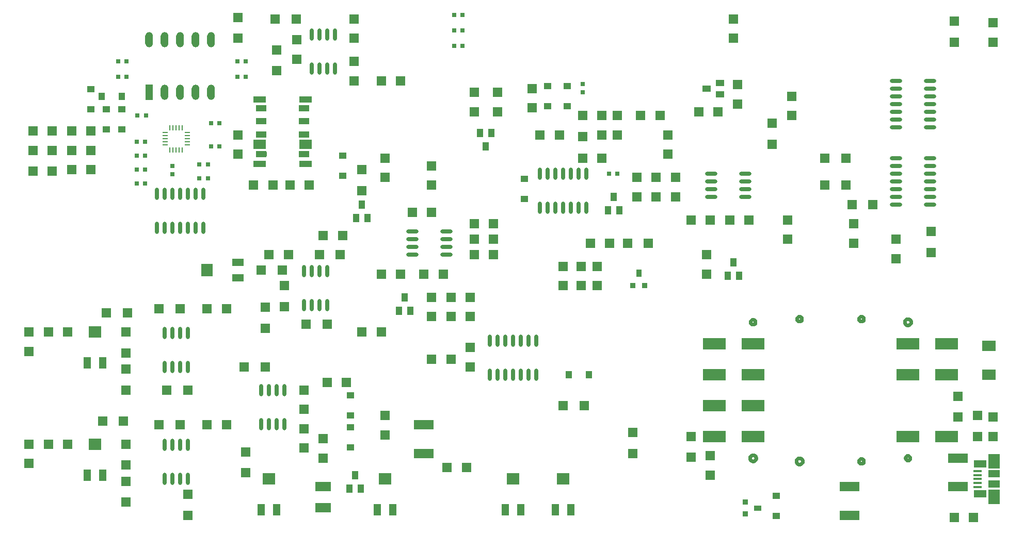
<source format=gtp>
*%FSLAX24Y24*%
*%MOIN*%
G01*
%ADD11C,0.0000*%
%ADD12C,0.0050*%
%ADD13C,0.0060*%
%ADD14C,0.0070*%
%ADD15C,0.0073*%
%ADD16C,0.0079*%
%ADD17C,0.0080*%
%ADD18C,0.0098*%
%ADD19C,0.0100*%
%ADD20C,0.0120*%
%ADD21C,0.0160*%
%ADD22C,0.0200*%
%ADD23C,0.0200*%
%ADD24C,0.0240*%
%ADD25O,0.0240X0.0800*%
%ADD26O,0.0280X0.0840*%
%ADD27C,0.0300*%
%ADD28C,0.0300*%
%ADD29C,0.0320*%
%ADD30C,0.0340*%
%ADD31C,0.0360*%
%ADD32C,0.0380*%
%ADD33C,0.0394*%
%ADD34C,0.0400*%
%ADD35C,0.0400*%
%ADD36C,0.0430*%
%ADD37C,0.0434*%
%ADD38C,0.0440*%
%ADD39C,0.0500*%
%ADD40C,0.0500*%
%ADD41O,0.0500X0.1000*%
%ADD42C,0.0520*%
%ADD43C,0.0540*%
%ADD44O,0.0540X0.1040*%
%ADD45C,0.0560*%
%ADD46C,0.0580*%
%ADD47C,0.0600*%
%ADD48C,0.0620*%
%ADD49C,0.0630*%
%ADD50C,0.0640*%
%ADD51C,0.0650*%
%ADD52C,0.0660*%
%ADD53C,0.0670*%
%ADD54C,0.0760*%
%ADD55O,0.0800X0.0240*%
%ADD56C,0.0800*%
%ADD57C,0.0827*%
%ADD58O,0.0840X0.0280*%
%ADD59C,0.0840*%
%ADD60C,0.0850*%
%ADD61C,0.0870*%
%ADD62C,0.1000*%
%ADD63C,0.1040*%
%ADD64C,0.1516*%
%ADD65C,0.2500*%
%ADD66C,0.2500*%
%ADD67R,0.0100X0.0100*%
%ADD68R,0.0100X0.0320*%
%ADD69R,0.0140X0.0360*%
%ADD70R,0.0200X0.0200*%
%ADD71R,0.0300X0.0300*%
%ADD72R,0.0300X0.0300*%
%ADD73R,0.0320X0.0100*%
%ADD74R,0.0340X0.0340*%
%ADD75R,0.0350X0.0550*%
%ADD76R,0.0360X0.0140*%
%ADD77R,0.0360X0.0360*%
%ADD78R,0.0360X0.0500*%
%ADD79R,0.0394X0.0551*%
%ADD80R,0.0394X0.1102*%
%ADD81R,0.0400X0.0400*%
%ADD82R,0.0400X0.0500*%
%ADD83R,0.0400X0.0540*%
%ADD84R,0.0400X0.0750*%
%ADD85R,0.0434X0.0591*%
%ADD86R,0.0440X0.0540*%
%ADD87R,0.0500X0.0360*%
%ADD88R,0.0500X0.0400*%
%ADD89R,0.0500X0.0500*%
%ADD90R,0.0500X0.0500*%
%ADD91R,0.0500X0.0750*%
%ADD92R,0.0500X0.1000*%
%ADD93R,0.0532X0.0177*%
%ADD94R,0.0540X0.0400*%
%ADD95R,0.0540X0.0440*%
%ADD96R,0.0540X0.0540*%
%ADD97R,0.0540X0.0790*%
%ADD98R,0.0540X0.1040*%
%ADD99R,0.0550X0.0350*%
%ADD100R,0.0551X0.0394*%
%ADD101R,0.0560X0.0560*%
%ADD102R,0.0572X0.0217*%
%ADD103R,0.0591X0.0434*%
%ADD104R,0.0600X0.0600*%
%ADD105R,0.0620X0.0620*%
%ADD106R,0.0640X0.0640*%
%ADD107R,0.0650X0.0300*%
%ADD108R,0.0660X0.0660*%
%ADD109R,0.0700X0.0300*%
%ADD110R,0.0700X0.0340*%
%ADD111R,0.0700X0.0350*%
%ADD112R,0.0700X0.0700*%
%ADD113R,0.0700X0.0700*%
%ADD114R,0.0709X0.0394*%
%ADD115R,0.0740X0.0740*%
%ADD116R,0.0748X0.0465*%
%ADD117R,0.0748X0.0937*%
%ADD118R,0.0749X0.0434*%
%ADD119R,0.0750X0.0300*%
%ADD120R,0.0750X0.0400*%
%ADD121R,0.0750X0.0500*%
%ADD122R,0.0750X0.0550*%
%ADD123R,0.0750X0.0800*%
%ADD124R,0.0788X0.0505*%
%ADD125R,0.0788X0.0977*%
%ADD126R,0.0790X0.0540*%
%ADD127R,0.0790X0.0840*%
%ADD128R,0.0800X0.0350*%
%ADD129R,0.0800X0.0550*%
%ADD130R,0.0800X0.0750*%
%ADD131R,0.0800X0.0800*%
%ADD132R,0.0827X0.0394*%
%ADD133R,0.0827X0.0512*%
%ADD134R,0.0827X0.0591*%
%ADD135R,0.0840X0.0790*%
%ADD136R,0.0840X0.0840*%
%ADD137R,0.0850X0.0700*%
%ADD138R,0.0867X0.0434*%
%ADD139R,0.0867X0.0552*%
%ADD140R,0.0867X0.0631*%
%ADD141R,0.0890X0.0740*%
%ADD142R,0.0900X0.0900*%
%ADD143R,0.0960X0.0540*%
%ADD144R,0.1000X0.0600*%
%ADD145R,0.1000X0.1000*%
%ADD146R,0.1000X0.1000*%
%ADD147R,0.1040X0.0640*%
%ADD148R,0.1040X0.1040*%
%ADD149R,0.1100X0.1100*%
%ADD150R,0.1200X0.0500*%
%ADD151R,0.1200X0.1200*%
%ADD152R,0.1250X0.0600*%
%ADD153R,0.1290X0.0640*%
%ADD154R,0.1300X0.0650*%
%ADD155R,0.1300X0.0700*%
%ADD156R,0.1350X0.0600*%
%ADD157R,0.1350X0.0650*%
%ADD158R,0.1400X0.0650*%
%ADD159R,0.1400X0.0700*%
%ADD160R,0.1417X0.0551*%
%ADD161R,0.1500X0.0750*%
%ADD162R,0.1500X0.1500*%
%ADD163R,0.1540X0.0790*%
%ADD164R,0.1600X0.0150*%
%ADD165R,0.2500X0.2500*%
D24*
X80538Y35900D02*
X80535Y35867D01*
X80524Y35836D01*
X80508Y35807D01*
X80486Y35782D01*
X80459Y35763D01*
X80429Y35750D01*
X80397Y35743D01*
X80363D01*
X80331Y35750D01*
X80301Y35763D01*
X80274Y35782D01*
X80252Y35807D01*
X80236Y35836D01*
X80225Y35867D01*
X80222Y35900D01*
X80225Y35933D01*
X80236Y35964D01*
X80252Y35993D01*
X80274Y36018D01*
X80301Y36037D01*
X80331Y36050D01*
X80363Y36057D01*
X80397D01*
X80429Y36050D01*
X80459Y36037D01*
X80486Y36018D01*
X80508Y35993D01*
X80524Y35964D01*
X80535Y35933D01*
X80538Y35900D01*
X76586D02*
X76583Y35867D01*
X76576Y35835D01*
X76563Y35804D01*
X76545Y35776D01*
X76523Y35751D01*
X76497Y35730D01*
X76468Y35714D01*
X76437Y35702D01*
X76405Y35695D01*
X76372Y35694D01*
X76339Y35698D01*
X76307Y35707D01*
X76277Y35721D01*
X76250Y35740D01*
X76226Y35763D01*
X76206Y35790D01*
X76190Y35819D01*
X76180Y35851D01*
X76175Y35883D01*
Y35917D01*
X76180Y35949D01*
X76190Y35981D01*
X76206Y36010D01*
X76226Y36037D01*
X76250Y36060D01*
X76277Y36079D01*
X76307Y36093D01*
X76339Y36102D01*
X76372Y36106D01*
X76405Y36105D01*
X76437Y36098D01*
X76468Y36086D01*
X76497Y36070D01*
X76523Y36049D01*
X76545Y36024D01*
X76563Y35996D01*
X76576Y35965D01*
X76583Y35933D01*
X76586Y35900D01*
X80538Y45100D02*
X80535Y45067D01*
X80524Y45036D01*
X80508Y45007D01*
X80486Y44982D01*
X80459Y44963D01*
X80429Y44950D01*
X80397Y44943D01*
X80363D01*
X80331Y44950D01*
X80301Y44963D01*
X80274Y44982D01*
X80252Y45007D01*
X80236Y45036D01*
X80225Y45067D01*
X80222Y45100D01*
X80225Y45133D01*
X80236Y45164D01*
X80252Y45193D01*
X80274Y45218D01*
X80301Y45237D01*
X80331Y45250D01*
X80363Y45257D01*
X80397D01*
X80429Y45250D01*
X80459Y45237D01*
X80486Y45218D01*
X80508Y45193D01*
X80524Y45164D01*
X80535Y45133D01*
X80538Y45100D01*
X76538D02*
X76535Y45067D01*
X76524Y45036D01*
X76508Y45007D01*
X76486Y44982D01*
X76459Y44963D01*
X76429Y44950D01*
X76397Y44943D01*
X76363D01*
X76331Y44950D01*
X76301Y44963D01*
X76274Y44982D01*
X76252Y45007D01*
X76236Y45036D01*
X76225Y45067D01*
X76222Y45100D01*
X76225Y45133D01*
X76236Y45164D01*
X76252Y45193D01*
X76274Y45218D01*
X76301Y45237D01*
X76331Y45250D01*
X76363Y45257D01*
X76397D01*
X76429Y45250D01*
X76459Y45237D01*
X76486Y45218D01*
X76508Y45193D01*
X76524Y45164D01*
X76535Y45133D01*
X76538Y45100D01*
X83530Y36100D02*
X83526Y36065D01*
X83514Y36033D01*
X83495Y36004D01*
X83470Y35980D01*
X83439Y35962D01*
X83406Y35952D01*
X83371Y35950D01*
X83337Y35956D01*
X83305Y35970D01*
X83277Y35991D01*
X83255Y36018D01*
X83239Y36049D01*
X83231Y36083D01*
Y36117D01*
X83239Y36151D01*
X83255Y36182D01*
X83277Y36209D01*
X83305Y36230D01*
X83337Y36244D01*
X83371Y36250D01*
X83406Y36248D01*
X83439Y36238D01*
X83470Y36220D01*
X83495Y36196D01*
X83514Y36167D01*
X83526Y36135D01*
X83530Y36100D01*
X73580D02*
X73577Y36068D01*
X73570Y36037D01*
X73557Y36007D01*
X73540Y35980D01*
X73519Y35956D01*
X73494Y35935D01*
X73466Y35919D01*
X73436Y35908D01*
X73404Y35901D01*
X73372Y35900D01*
X73340Y35904D01*
X73309Y35913D01*
X73280Y35927D01*
X73254Y35945D01*
X73230Y35967D01*
X73211Y35993D01*
X73196Y36022D01*
X73186Y36052D01*
X73181Y36084D01*
Y36116D01*
X73186Y36148D01*
X73196Y36178D01*
X73211Y36207D01*
X73230Y36233D01*
X73254Y36255D01*
X73280Y36273D01*
X73309Y36287D01*
X73340Y36296D01*
X73372Y36300D01*
X73404Y36299D01*
X73436Y36292D01*
X73466Y36281D01*
X73494Y36265D01*
X73519Y36244D01*
X73540Y36220D01*
X73557Y36193D01*
X73570Y36163D01*
X73577Y36132D01*
X73580Y36100D01*
X83586Y44900D02*
X83583Y44867D01*
X83576Y44835D01*
X83563Y44804D01*
X83545Y44776D01*
X83523Y44751D01*
X83497Y44730D01*
X83468Y44714D01*
X83437Y44702D01*
X83405Y44695D01*
X83372Y44694D01*
X83339Y44698D01*
X83307Y44707D01*
X83277Y44721D01*
X83250Y44740D01*
X83226Y44763D01*
X83206Y44790D01*
X83190Y44819D01*
X83180Y44851D01*
X83175Y44883D01*
Y44917D01*
X83180Y44949D01*
X83190Y44981D01*
X83206Y45010D01*
X83226Y45037D01*
X83250Y45060D01*
X83277Y45079D01*
X83307Y45093D01*
X83339Y45102D01*
X83372Y45106D01*
X83405Y45105D01*
X83437Y45098D01*
X83468Y45086D01*
X83497Y45070D01*
X83523Y45049D01*
X83545Y45024D01*
X83563Y44996D01*
X83576Y44965D01*
X83583Y44933D01*
X83586Y44900D01*
X73538D02*
X73535Y44867D01*
X73524Y44836D01*
X73508Y44807D01*
X73486Y44782D01*
X73459Y44763D01*
X73429Y44750D01*
X73397Y44743D01*
X73363D01*
X73331Y44750D01*
X73301Y44763D01*
X73274Y44782D01*
X73252Y44807D01*
X73236Y44836D01*
X73225Y44867D01*
X73222Y44900D01*
X73225Y44933D01*
X73236Y44964D01*
X73252Y44993D01*
X73274Y45018D01*
X73301Y45037D01*
X73331Y45050D01*
X73363Y45057D01*
X73397D01*
X73429Y45050D01*
X73459Y45037D01*
X73486Y45018D01*
X73508Y44993D01*
X73524Y44964D01*
X73535Y44933D01*
X73538Y44900D01*
D25*
X62630Y54500D02*
D03*
X62130D02*
D03*
X61630D02*
D03*
X61130D02*
D03*
X60630D02*
D03*
X60130D02*
D03*
X59630D02*
D03*
Y52300D02*
D03*
X60130D02*
D03*
X60630D02*
D03*
X61130D02*
D03*
X61630D02*
D03*
X62630D02*
D03*
X62130D02*
D03*
X56380Y41500D02*
D03*
X56880D02*
D03*
X57380D02*
D03*
X57880D02*
D03*
X58380D02*
D03*
X58880D02*
D03*
X59380D02*
D03*
Y43700D02*
D03*
X58880D02*
D03*
X58380D02*
D03*
X57880D02*
D03*
X57380D02*
D03*
X56380D02*
D03*
X56880D02*
D03*
X46380Y61300D02*
D03*
X45880D02*
D03*
X45380D02*
D03*
X44880D02*
D03*
Y63500D02*
D03*
X45380D02*
D03*
X45880D02*
D03*
X46380D02*
D03*
X34880Y51000D02*
D03*
X35380D02*
D03*
X35880D02*
D03*
X36380D02*
D03*
X36880D02*
D03*
X37380D02*
D03*
X37880D02*
D03*
Y53200D02*
D03*
X37380D02*
D03*
X36880D02*
D03*
X36380D02*
D03*
X35880D02*
D03*
X34880D02*
D03*
X35380D02*
D03*
X44380Y46000D02*
D03*
X44880D02*
D03*
X45380D02*
D03*
X45880D02*
D03*
Y48200D02*
D03*
X45380D02*
D03*
X44880D02*
D03*
X44380D02*
D03*
X35380Y42000D02*
D03*
X35880D02*
D03*
X36380D02*
D03*
X36880D02*
D03*
Y44200D02*
D03*
X36380D02*
D03*
X35880D02*
D03*
X35380D02*
D03*
Y34750D02*
D03*
X35880D02*
D03*
X36380D02*
D03*
X36880D02*
D03*
Y36950D02*
D03*
X36380D02*
D03*
X35880D02*
D03*
X35380D02*
D03*
X43130Y38300D02*
D03*
X42630D02*
D03*
X42130D02*
D03*
X41630D02*
D03*
Y40500D02*
D03*
X42130D02*
D03*
X42630D02*
D03*
X43130D02*
D03*
D41*
X34380Y63150D02*
D03*
X35380D02*
D03*
X36380D02*
D03*
X37380D02*
D03*
X38380D02*
D03*
X35380Y59750D02*
D03*
X36380D02*
D03*
X37380D02*
D03*
X38380D02*
D03*
D55*
X84830Y55000D02*
D03*
Y55500D02*
D03*
Y54500D02*
D03*
Y54000D02*
D03*
Y53500D02*
D03*
Y53000D02*
D03*
Y52500D02*
D03*
X82630D02*
D03*
Y53000D02*
D03*
Y53500D02*
D03*
Y54000D02*
D03*
Y54500D02*
D03*
Y55000D02*
D03*
Y55500D02*
D03*
X84830Y60000D02*
D03*
Y60500D02*
D03*
Y59500D02*
D03*
Y59000D02*
D03*
Y58500D02*
D03*
Y58000D02*
D03*
Y57500D02*
D03*
X82630D02*
D03*
Y58000D02*
D03*
Y58500D02*
D03*
Y59000D02*
D03*
Y59500D02*
D03*
Y60000D02*
D03*
Y60500D02*
D03*
X72880Y53000D02*
D03*
Y53500D02*
D03*
Y54000D02*
D03*
Y54500D02*
D03*
X70680D02*
D03*
Y54000D02*
D03*
Y53500D02*
D03*
Y53000D02*
D03*
X53580Y50750D02*
D03*
Y50250D02*
D03*
Y49750D02*
D03*
Y49250D02*
D03*
X51380D02*
D03*
Y49750D02*
D03*
Y50250D02*
D03*
Y50750D02*
D03*
D68*
X35730Y57470D02*
D03*
X35930D02*
D03*
X36130D02*
D03*
X36330D02*
D03*
X36530D02*
D03*
Y56030D02*
D03*
X36330D02*
D03*
X36130D02*
D03*
X35930D02*
D03*
X35730D02*
D03*
D71*
X64630Y54500D02*
D03*
X64080D02*
D03*
X54630Y62750D02*
D03*
X54080D02*
D03*
X54630Y63750D02*
D03*
X54080D02*
D03*
X54630Y64750D02*
D03*
X54080D02*
D03*
X62380Y60300D02*
D03*
Y59750D02*
D03*
X32380Y60750D02*
D03*
X32930D02*
D03*
Y61750D02*
D03*
X32380D02*
D03*
X38380Y57750D02*
D03*
X38930D02*
D03*
X34180Y58250D02*
D03*
X33630D02*
D03*
X34130Y54750D02*
D03*
X33580D02*
D03*
X37630Y54200D02*
D03*
X38180D02*
D03*
X37630Y55100D02*
D03*
X38180D02*
D03*
X38380Y56250D02*
D03*
X38930D02*
D03*
X40080Y60750D02*
D03*
X40630D02*
D03*
X40080Y61750D02*
D03*
X40630D02*
D03*
X34130Y56550D02*
D03*
X33580D02*
D03*
X34130Y55650D02*
D03*
X33580D02*
D03*
X34130Y53850D02*
D03*
X33580D02*
D03*
X35880Y55000D02*
D03*
Y54450D02*
D03*
D73*
X36850Y57150D02*
D03*
Y56950D02*
D03*
Y56750D02*
D03*
Y56550D02*
D03*
Y56350D02*
D03*
X35410Y57150D02*
D03*
Y56950D02*
D03*
Y56750D02*
D03*
Y56550D02*
D03*
Y56350D02*
D03*
D77*
X66380Y47250D02*
D03*
X65630D02*
D03*
X72880Y33250D02*
D03*
Y32500D02*
D03*
D78*
X66010Y48050D02*
D03*
D79*
X64382Y53002D02*
D03*
X64754Y52134D02*
D03*
X64006D02*
D03*
X72132Y48752D02*
D03*
X72504Y47884D02*
D03*
X71756D02*
D03*
X47756Y51634D02*
D03*
X48504D02*
D03*
X48132Y52502D02*
D03*
X56128Y56248D02*
D03*
X55756Y57116D02*
D03*
X56504D02*
D03*
X50882Y46502D02*
D03*
X51254Y45634D02*
D03*
X50506D02*
D03*
X47682Y35002D02*
D03*
X48054Y34134D02*
D03*
X47306D02*
D03*
D82*
X62780Y41500D02*
D03*
X61480D02*
D03*
X31330Y59500D02*
D03*
X32630D02*
D03*
D87*
X73680Y32870D02*
D03*
D88*
X74880Y33650D02*
D03*
Y32350D02*
D03*
X58630Y54150D02*
D03*
Y52850D02*
D03*
X60130Y60150D02*
D03*
Y58850D02*
D03*
X61380Y60150D02*
D03*
Y58850D02*
D03*
X47380Y38850D02*
D03*
Y40150D02*
D03*
Y38100D02*
D03*
Y36800D02*
D03*
X32630Y58650D02*
D03*
Y57350D02*
D03*
X31630D02*
D03*
Y58650D02*
D03*
X46880Y54350D02*
D03*
Y55650D02*
D03*
X30630Y58650D02*
D03*
Y59950D02*
D03*
D89*
X88880Y64250D02*
D03*
Y63000D02*
D03*
X79880Y50000D02*
D03*
Y51250D02*
D03*
X82630Y49000D02*
D03*
Y50250D02*
D03*
X66130Y58250D02*
D03*
X67380D02*
D03*
X67880Y57000D02*
D03*
Y55750D02*
D03*
X64630Y57000D02*
D03*
Y58250D02*
D03*
X63630Y57000D02*
D03*
Y58250D02*
D03*
X72380Y59000D02*
D03*
Y60250D02*
D03*
X75880Y58250D02*
D03*
Y59500D02*
D03*
X71130Y58500D02*
D03*
X69880D02*
D03*
X72130Y63250D02*
D03*
Y64500D02*
D03*
X68380Y54250D02*
D03*
Y53000D02*
D03*
X73130Y51500D02*
D03*
X71880D02*
D03*
X70630D02*
D03*
X69380D02*
D03*
X64130Y50000D02*
D03*
X62880D02*
D03*
X65880Y54250D02*
D03*
Y53000D02*
D03*
X67130Y54250D02*
D03*
Y53000D02*
D03*
X75630Y50250D02*
D03*
Y51500D02*
D03*
X63330Y48500D02*
D03*
Y47250D02*
D03*
X70380Y49250D02*
D03*
Y48000D02*
D03*
X60880Y57000D02*
D03*
X59630D02*
D03*
X49380Y60500D02*
D03*
X50630D02*
D03*
X47630D02*
D03*
Y61750D02*
D03*
Y63250D02*
D03*
Y64500D02*
D03*
X52630Y52000D02*
D03*
X51380D02*
D03*
X56630Y51250D02*
D03*
X55380D02*
D03*
Y50250D02*
D03*
X56630D02*
D03*
X49630Y55500D02*
D03*
Y54250D02*
D03*
X55380Y59750D02*
D03*
Y58500D02*
D03*
X56880D02*
D03*
Y59750D02*
D03*
X52630Y55000D02*
D03*
Y53750D02*
D03*
X59130Y60000D02*
D03*
Y58750D02*
D03*
X62380Y55500D02*
D03*
X63630D02*
D03*
X62280Y47250D02*
D03*
Y48500D02*
D03*
X56630Y49250D02*
D03*
X55380D02*
D03*
X52630Y45250D02*
D03*
Y46500D02*
D03*
X53880D02*
D03*
Y45250D02*
D03*
X55130Y46500D02*
D03*
Y45250D02*
D03*
X54880Y35500D02*
D03*
X53630D02*
D03*
X49630Y38850D02*
D03*
Y37600D02*
D03*
X52630Y42500D02*
D03*
X53880D02*
D03*
X49380Y48000D02*
D03*
X50630D02*
D03*
X49380Y44250D02*
D03*
X48130D02*
D03*
X61130Y48500D02*
D03*
Y47250D02*
D03*
X53380Y48000D02*
D03*
X52130D02*
D03*
X55130Y42000D02*
D03*
Y43250D02*
D03*
X40130Y55750D02*
D03*
Y57000D02*
D03*
X41130Y53750D02*
D03*
X42380D02*
D03*
X44730D02*
D03*
X43480D02*
D03*
X46880Y50500D02*
D03*
X45630D02*
D03*
X44380Y39250D02*
D03*
Y40500D02*
D03*
Y38000D02*
D03*
Y36750D02*
D03*
X45880Y41000D02*
D03*
X47130D02*
D03*
X45630Y37350D02*
D03*
Y36100D02*
D03*
X29380Y57250D02*
D03*
X30630D02*
D03*
X29380Y54750D02*
D03*
Y56000D02*
D03*
X30630Y54750D02*
D03*
Y56000D02*
D03*
X27880Y44250D02*
D03*
X29130D02*
D03*
X27880Y37000D02*
D03*
X29130D02*
D03*
X26630Y43000D02*
D03*
Y44250D02*
D03*
Y35750D02*
D03*
Y37000D02*
D03*
D91*
X61630Y32750D02*
D03*
X60630D02*
D03*
X50130D02*
D03*
X49130D02*
D03*
X58380D02*
D03*
X57380D02*
D03*
X42630D02*
D03*
X41630D02*
D03*
X31380Y42250D02*
D03*
X30380D02*
D03*
X31380Y35000D02*
D03*
X30380D02*
D03*
D92*
X34380Y59750D02*
D03*
D93*
X87886Y34750D02*
D03*
X87886Y35262D02*
D03*
Y35006D02*
D03*
Y34494D02*
D03*
Y34238D02*
D03*
D100*
X70378Y60002D02*
D03*
X71246Y60374D02*
D03*
Y59626D02*
D03*
D104*
X88880Y63000D02*
D03*
Y64250D02*
D03*
X86380Y63000D02*
D03*
Y64350D02*
D03*
X78030Y53750D02*
D03*
X79380D02*
D03*
X78030Y55500D02*
D03*
X79380D02*
D03*
X79880Y51250D02*
D03*
Y50000D02*
D03*
X79780Y52500D02*
D03*
X81130D02*
D03*
D03*
X79780D02*
D03*
X84880Y49400D02*
D03*
Y50750D02*
D03*
D03*
Y49400D02*
D03*
X82630Y50250D02*
D03*
Y49000D02*
D03*
X88880Y38750D02*
D03*
Y37500D02*
D03*
Y38750D02*
D03*
Y37500D02*
D03*
X87880D02*
D03*
Y38850D02*
D03*
D03*
Y37500D02*
D03*
X86630Y38750D02*
D03*
Y40100D02*
D03*
X86380Y32250D02*
D03*
X87630D02*
D03*
X86380D02*
D03*
X87630D02*
D03*
X67380Y58250D02*
D03*
X66130D02*
D03*
X67880Y55750D02*
D03*
Y57000D02*
D03*
X64630Y58250D02*
D03*
Y57000D02*
D03*
X63630Y58250D02*
D03*
Y57000D02*
D03*
X72380Y60250D02*
D03*
Y59000D02*
D03*
X75880Y59500D02*
D03*
Y58250D02*
D03*
X74630Y56400D02*
D03*
Y57750D02*
D03*
X69880Y58500D02*
D03*
X71130D02*
D03*
X72130Y64500D02*
D03*
Y63250D02*
D03*
X68380Y53000D02*
D03*
Y54250D02*
D03*
X71880Y51500D02*
D03*
X73130D02*
D03*
X69380D02*
D03*
X70630D02*
D03*
X62880Y50000D02*
D03*
X64130D02*
D03*
X65880Y53000D02*
D03*
Y54250D02*
D03*
X67130Y53000D02*
D03*
Y54250D02*
D03*
X65280Y50000D02*
D03*
X66630D02*
D03*
X75630Y51500D02*
D03*
Y50250D02*
D03*
X63330Y47250D02*
D03*
Y48500D02*
D03*
X70380Y48000D02*
D03*
Y49250D02*
D03*
X70630Y36250D02*
D03*
Y35000D02*
D03*
Y36250D02*
D03*
Y35000D02*
D03*
X69380Y37500D02*
D03*
Y36150D02*
D03*
D03*
Y37500D02*
D03*
X65630Y37750D02*
D03*
Y36400D02*
D03*
D03*
Y37750D02*
D03*
X59630Y57000D02*
D03*
X60880D02*
D03*
X50630Y60500D02*
D03*
X49380D02*
D03*
X47630Y61750D02*
D03*
Y60500D02*
D03*
Y64500D02*
D03*
Y63250D02*
D03*
X51380Y52000D02*
D03*
X52630D02*
D03*
X55380Y51250D02*
D03*
X56630D02*
D03*
Y50250D02*
D03*
X55380D02*
D03*
X49630Y54250D02*
D03*
Y55500D02*
D03*
X55380Y58500D02*
D03*
Y59750D02*
D03*
X56880D02*
D03*
Y58500D02*
D03*
X48130Y53400D02*
D03*
Y54750D02*
D03*
X52630Y53750D02*
D03*
Y55000D02*
D03*
X62380Y58250D02*
D03*
Y56900D02*
D03*
X59130Y58750D02*
D03*
Y60000D02*
D03*
X63630Y55500D02*
D03*
X62380D02*
D03*
X62280Y48500D02*
D03*
Y47250D02*
D03*
X55380Y49250D02*
D03*
X56630D02*
D03*
X52630Y46500D02*
D03*
Y45250D02*
D03*
X53880D02*
D03*
Y46500D02*
D03*
X55130Y45250D02*
D03*
Y46500D02*
D03*
X53630Y35500D02*
D03*
X54880D02*
D03*
X49630Y37600D02*
D03*
Y38850D02*
D03*
X62480Y39500D02*
D03*
X61130D02*
D03*
D03*
X62480D02*
D03*
X53880Y42500D02*
D03*
X52630D02*
D03*
X50630Y48000D02*
D03*
X49380D02*
D03*
X48130Y44250D02*
D03*
X49380D02*
D03*
X61130Y47250D02*
D03*
Y48500D02*
D03*
X52130Y48000D02*
D03*
X53380D02*
D03*
X55130Y43250D02*
D03*
Y42000D02*
D03*
X42630Y61150D02*
D03*
Y62500D02*
D03*
D03*
Y61150D02*
D03*
X42530Y64500D02*
D03*
X43880D02*
D03*
D03*
X42530D02*
D03*
X40130Y63250D02*
D03*
Y64600D02*
D03*
D03*
Y63250D02*
D03*
Y57000D02*
D03*
Y55750D02*
D03*
X42380Y53750D02*
D03*
X41130D02*
D03*
X43480D02*
D03*
X44730D02*
D03*
X45630Y50500D02*
D03*
X46880D02*
D03*
X43930Y61900D02*
D03*
Y63150D02*
D03*
Y61900D02*
D03*
Y63150D02*
D03*
X41880Y44500D02*
D03*
Y45850D02*
D03*
D03*
Y44500D02*
D03*
X45880Y44750D02*
D03*
X44530D02*
D03*
D03*
X45880D02*
D03*
X45380Y49250D02*
D03*
X46730D02*
D03*
D03*
X45380D02*
D03*
X43130Y47250D02*
D03*
Y45900D02*
D03*
D03*
Y47250D02*
D03*
X41630Y48250D02*
D03*
X42980D02*
D03*
D03*
X41630D02*
D03*
X42130Y49250D02*
D03*
X43380D02*
D03*
X42130D02*
D03*
X43380D02*
D03*
X31630Y45500D02*
D03*
X32980D02*
D03*
D03*
X31630D02*
D03*
X39380Y45750D02*
D03*
X38130D02*
D03*
X39380D02*
D03*
X38130D02*
D03*
X36380D02*
D03*
X35030D02*
D03*
D03*
X36380D02*
D03*
Y38250D02*
D03*
X35030D02*
D03*
D03*
X36380D02*
D03*
X36880Y40500D02*
D03*
X35530D02*
D03*
D03*
X36880D02*
D03*
X39380Y38250D02*
D03*
X38130D02*
D03*
X39380D02*
D03*
X38130D02*
D03*
X32880Y37000D02*
D03*
Y35650D02*
D03*
D03*
Y37000D02*
D03*
Y40500D02*
D03*
Y41850D02*
D03*
D03*
Y40500D02*
D03*
Y44250D02*
D03*
Y42900D02*
D03*
D03*
Y44250D02*
D03*
X44380Y40500D02*
D03*
Y39250D02*
D03*
Y36750D02*
D03*
Y38000D02*
D03*
X47130Y41000D02*
D03*
X45880D02*
D03*
X41880Y42000D02*
D03*
X40530D02*
D03*
D03*
X41880D02*
D03*
X40630Y36500D02*
D03*
Y35150D02*
D03*
D03*
Y36500D02*
D03*
X45630Y36100D02*
D03*
Y37350D02*
D03*
X36880Y33750D02*
D03*
Y32400D02*
D03*
D03*
Y33750D02*
D03*
X32880Y33250D02*
D03*
Y34600D02*
D03*
D03*
Y33250D02*
D03*
X26880Y56000D02*
D03*
Y54650D02*
D03*
D03*
Y56000D02*
D03*
Y57250D02*
D03*
X28130D02*
D03*
X26880D02*
D03*
X28130D02*
D03*
Y56000D02*
D03*
Y54650D02*
D03*
D03*
Y56000D02*
D03*
X30630Y57250D02*
D03*
X29380D02*
D03*
Y56000D02*
D03*
Y54750D02*
D03*
X30630Y56000D02*
D03*
Y54750D02*
D03*
X29130Y44250D02*
D03*
X27880D02*
D03*
X29130Y37000D02*
D03*
X27880D02*
D03*
X31380Y38500D02*
D03*
X32730D02*
D03*
D03*
X31380D02*
D03*
X26630Y44250D02*
D03*
Y43000D02*
D03*
Y37000D02*
D03*
Y35750D02*
D03*
D107*
X41655Y55750D02*
D03*
D109*
X41630Y57000D02*
D03*
Y58750D02*
D03*
X44380D02*
D03*
Y57000D02*
D03*
Y55750D02*
D03*
D110*
Y57880D02*
D03*
D111*
X41630Y57875D02*
D03*
D114*
X44380Y57010D02*
D03*
Y57876D02*
D03*
Y58742D02*
D03*
Y55750D02*
D03*
X41624D02*
D03*
Y57010D02*
D03*
Y57876D02*
D03*
Y58742D02*
D03*
D116*
X88949Y35077D02*
D03*
Y34423D02*
D03*
D117*
X88949Y33604D02*
D03*
Y35896D02*
D03*
D119*
X41505Y55100D02*
D03*
Y59300D02*
D03*
X44505D02*
D03*
D121*
X40130Y48750D02*
D03*
Y47750D02*
D03*
D122*
X41505Y56375D02*
D03*
D123*
X38130Y48250D02*
D03*
D128*
X44480Y55125D02*
D03*
D129*
Y56375D02*
D03*
D130*
X61130Y34750D02*
D03*
X49630D02*
D03*
X57880D02*
D03*
X42130D02*
D03*
X30880Y44250D02*
D03*
Y37000D02*
D03*
D132*
X41526Y59293D02*
D03*
X44478D02*
D03*
X41526Y55120D02*
D03*
X44478D02*
D03*
D133*
X88043Y33778D02*
D03*
Y35719D02*
D03*
D134*
X44478Y56380D02*
D03*
X41526Y56380D02*
D03*
D137*
X88630Y41500D02*
D03*
Y43350D02*
D03*
D143*
X45630Y34250D02*
D03*
Y32900D02*
D03*
D144*
D03*
Y34250D02*
D03*
D150*
X86630D02*
D03*
Y36100D02*
D03*
X79630Y34250D02*
D03*
Y32400D02*
D03*
X52130Y38250D02*
D03*
Y36400D02*
D03*
D152*
X86630Y34250D02*
D03*
Y36100D02*
D03*
X79630Y34250D02*
D03*
Y32400D02*
D03*
X52130Y38250D02*
D03*
Y36400D02*
D03*
D154*
X73380Y37475D02*
D03*
X70880Y41475D02*
D03*
X85880Y41525D02*
D03*
D155*
X73380Y39500D02*
D03*
D156*
X85855Y43500D02*
D03*
D157*
X83355Y43525D02*
D03*
X70905Y39475D02*
D03*
Y37475D02*
D03*
X85855Y37525D02*
D03*
D158*
X73380Y41525D02*
D03*
X70880Y43475D02*
D03*
D159*
X83380Y37500D02*
D03*
Y41500D02*
D03*
X73380Y43500D02*
D03*
D161*
D03*
Y41500D02*
D03*
Y39500D02*
D03*
X83380Y43500D02*
D03*
Y41500D02*
D03*
Y37500D02*
D03*
X73380D02*
D03*
X70880Y43500D02*
D03*
Y41500D02*
D03*
Y39500D02*
D03*
X85880Y43500D02*
D03*
Y41500D02*
D03*
Y37500D02*
D03*
X70880D02*
D03*
M02*

</source>
